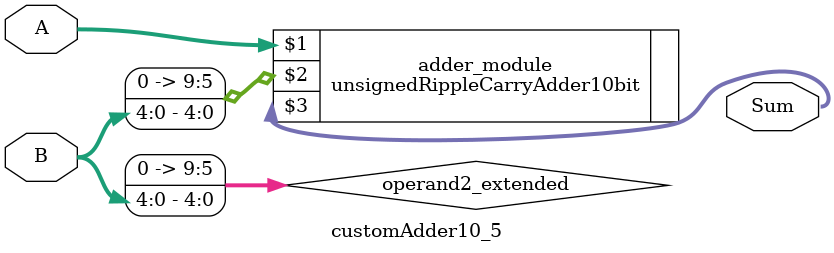
<source format=v>

module customAdder10_5(
                    input [9 : 0] A,
                    input [4 : 0] B,
                    
                    output [10 : 0] Sum
            );

    wire [9 : 0] operand2_extended;
    
    assign operand2_extended =  {5'b0, B};
    
    unsignedRippleCarryAdder10bit adder_module(
        A,
        operand2_extended,
        Sum
    );
    
endmodule
        
</source>
